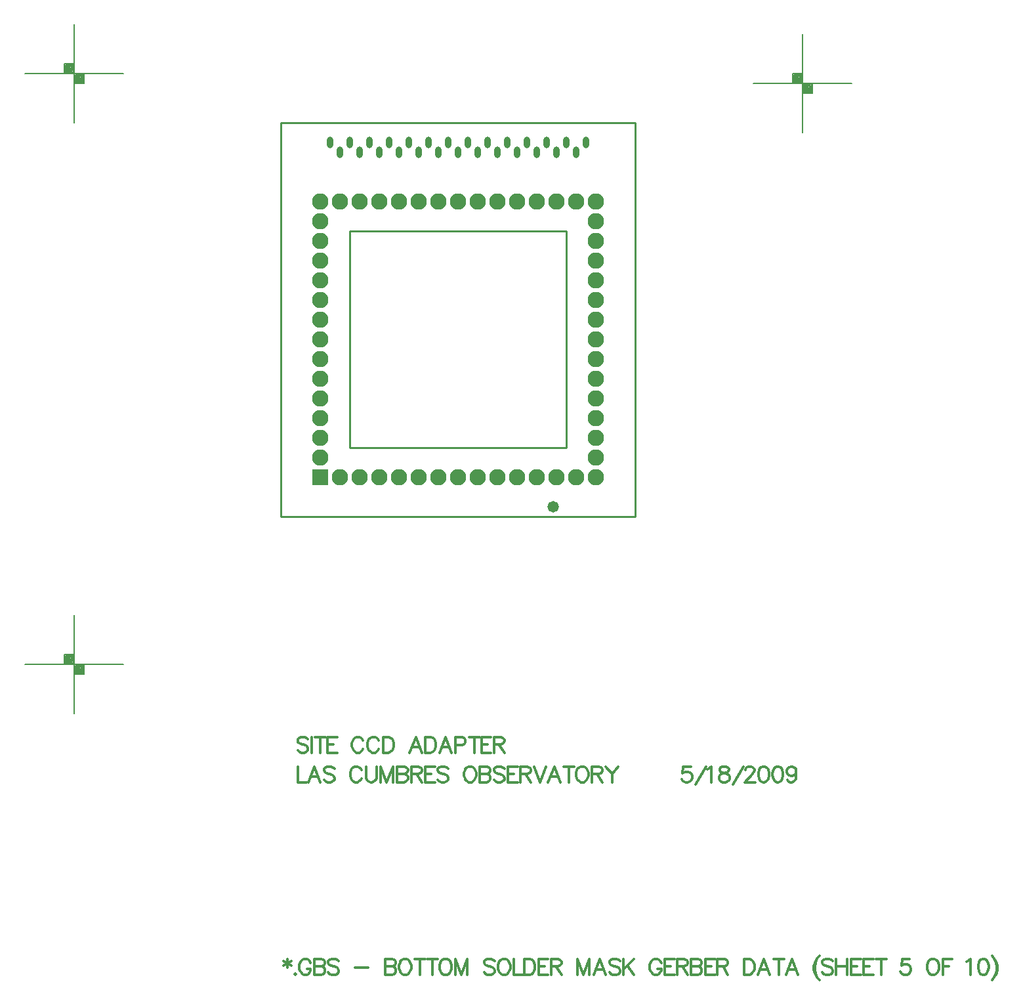
<source format=gbs>
%FSLAX23Y23*%
%MOIN*%
G70*
G01*
G75*
G04 Layer_Color=16711935*
%ADD10R,0.050X0.050*%
%ADD11R,0.050X0.050*%
%ADD12C,0.006*%
%ADD13C,0.012*%
%ADD14C,0.010*%
%ADD15C,0.008*%
%ADD16C,0.012*%
%ADD17C,0.012*%
%ADD18O,0.024X0.050*%
%ADD19C,0.075*%
%ADD20R,0.075X0.075*%
%ADD21C,0.050*%
%ADD22C,0.040*%
%ADD23C,0.054*%
G04:AMPARAMS|DCode=24|XSize=74mil|YSize=74mil|CornerRadius=0mil|HoleSize=0mil|Usage=FLASHONLY|Rotation=0.000|XOffset=0mil|YOffset=0mil|HoleType=Round|Shape=Relief|Width=10mil|Gap=10mil|Entries=4|*
%AMTHD24*
7,0,0,0.074,0.054,0.010,45*
%
%ADD24THD24*%
%ADD25C,0.086*%
G04:AMPARAMS|DCode=26|XSize=106mil|YSize=106mil|CornerRadius=0mil|HoleSize=0mil|Usage=FLASHONLY|Rotation=0.000|XOffset=0mil|YOffset=0mil|HoleType=Round|Shape=Relief|Width=10mil|Gap=10mil|Entries=4|*
%AMTHD26*
7,0,0,0.106,0.086,0.010,45*
%
%ADD26THD26*%
G04:AMPARAMS|DCode=27|XSize=85mil|YSize=85mil|CornerRadius=0mil|HoleSize=0mil|Usage=FLASHONLY|Rotation=0.000|XOffset=0mil|YOffset=0mil|HoleType=Round|Shape=Relief|Width=10mil|Gap=10mil|Entries=4|*
%AMTHD27*
7,0,0,0.085,0.065,0.010,45*
%
%ADD27THD27*%
%ADD28C,0.010*%
%ADD29C,0.015*%
%ADD30C,0.005*%
%ADD31R,0.058X0.058*%
%ADD32R,0.058X0.058*%
%ADD33O,0.032X0.058*%
%ADD34C,0.083*%
%ADD35R,0.083X0.083*%
%ADD36C,0.058*%
D13*
X13264Y9427D02*
Y9381D01*
X13245Y9415D02*
X13283Y9392D01*
Y9415D02*
X13245Y9392D01*
X13304Y9354D02*
X13300Y9350D01*
X13304Y9347D01*
X13307Y9350D01*
X13304Y9354D01*
X13382Y9407D02*
X13378Y9415D01*
X13371Y9423D01*
X13363Y9427D01*
X13348D01*
X13340Y9423D01*
X13333Y9415D01*
X13329Y9407D01*
X13325Y9396D01*
Y9377D01*
X13329Y9366D01*
X13333Y9358D01*
X13340Y9350D01*
X13348Y9347D01*
X13363D01*
X13371Y9350D01*
X13378Y9358D01*
X13382Y9366D01*
Y9377D01*
X13363D02*
X13382D01*
X13400Y9427D02*
Y9347D01*
Y9427D02*
X13435D01*
X13446Y9423D01*
X13450Y9419D01*
X13454Y9411D01*
Y9404D01*
X13450Y9396D01*
X13446Y9392D01*
X13435Y9388D01*
X13400D02*
X13435D01*
X13446Y9385D01*
X13450Y9381D01*
X13454Y9373D01*
Y9362D01*
X13450Y9354D01*
X13446Y9350D01*
X13435Y9347D01*
X13400D01*
X13525Y9415D02*
X13517Y9423D01*
X13506Y9427D01*
X13491D01*
X13479Y9423D01*
X13472Y9415D01*
Y9407D01*
X13475Y9400D01*
X13479Y9396D01*
X13487Y9392D01*
X13510Y9385D01*
X13517Y9381D01*
X13521Y9377D01*
X13525Y9369D01*
Y9358D01*
X13517Y9350D01*
X13506Y9347D01*
X13491D01*
X13479Y9350D01*
X13472Y9358D01*
X13606Y9381D02*
X13674D01*
X13761Y9427D02*
Y9347D01*
Y9427D02*
X13795D01*
X13806Y9423D01*
X13810Y9419D01*
X13814Y9411D01*
Y9404D01*
X13810Y9396D01*
X13806Y9392D01*
X13795Y9388D01*
X13761D02*
X13795D01*
X13806Y9385D01*
X13810Y9381D01*
X13814Y9373D01*
Y9362D01*
X13810Y9354D01*
X13806Y9350D01*
X13795Y9347D01*
X13761D01*
X13855Y9427D02*
X13847Y9423D01*
X13839Y9415D01*
X13836Y9407D01*
X13832Y9396D01*
Y9377D01*
X13836Y9366D01*
X13839Y9358D01*
X13847Y9350D01*
X13855Y9347D01*
X13870D01*
X13878Y9350D01*
X13885Y9358D01*
X13889Y9366D01*
X13893Y9377D01*
Y9396D01*
X13889Y9407D01*
X13885Y9415D01*
X13878Y9423D01*
X13870Y9427D01*
X13855D01*
X13938D02*
Y9347D01*
X13911Y9427D02*
X13965D01*
X14001D02*
Y9347D01*
X13974Y9427D02*
X14028D01*
X14060D02*
X14052Y9423D01*
X14045Y9415D01*
X14041Y9407D01*
X14037Y9396D01*
Y9377D01*
X14041Y9366D01*
X14045Y9358D01*
X14052Y9350D01*
X14060Y9347D01*
X14075D01*
X14083Y9350D01*
X14090Y9358D01*
X14094Y9366D01*
X14098Y9377D01*
Y9396D01*
X14094Y9407D01*
X14090Y9415D01*
X14083Y9423D01*
X14075Y9427D01*
X14060D01*
X14117D02*
Y9347D01*
Y9427D02*
X14147Y9347D01*
X14178Y9427D02*
X14147Y9347D01*
X14178Y9427D02*
Y9347D01*
X14317Y9415D02*
X14309Y9423D01*
X14298Y9427D01*
X14282D01*
X14271Y9423D01*
X14263Y9415D01*
Y9407D01*
X14267Y9400D01*
X14271Y9396D01*
X14279Y9392D01*
X14301Y9385D01*
X14309Y9381D01*
X14313Y9377D01*
X14317Y9369D01*
Y9358D01*
X14309Y9350D01*
X14298Y9347D01*
X14282D01*
X14271Y9350D01*
X14263Y9358D01*
X14357Y9427D02*
X14350Y9423D01*
X14342Y9415D01*
X14338Y9407D01*
X14335Y9396D01*
Y9377D01*
X14338Y9366D01*
X14342Y9358D01*
X14350Y9350D01*
X14357Y9347D01*
X14373D01*
X14380Y9350D01*
X14388Y9358D01*
X14392Y9366D01*
X14396Y9377D01*
Y9396D01*
X14392Y9407D01*
X14388Y9415D01*
X14380Y9423D01*
X14373Y9427D01*
X14357D01*
X14414D02*
Y9347D01*
X14460D01*
X14469Y9427D02*
Y9347D01*
Y9427D02*
X14495D01*
X14507Y9423D01*
X14514Y9415D01*
X14518Y9407D01*
X14522Y9396D01*
Y9377D01*
X14518Y9366D01*
X14514Y9358D01*
X14507Y9350D01*
X14495Y9347D01*
X14469D01*
X14589Y9427D02*
X14540D01*
Y9347D01*
X14589D01*
X14540Y9388D02*
X14570D01*
X14603Y9427D02*
Y9347D01*
Y9427D02*
X14637D01*
X14648Y9423D01*
X14652Y9419D01*
X14656Y9411D01*
Y9404D01*
X14652Y9396D01*
X14648Y9392D01*
X14637Y9388D01*
X14603D01*
X14629D02*
X14656Y9347D01*
X14737Y9427D02*
Y9347D01*
Y9427D02*
X14767Y9347D01*
X14798Y9427D02*
X14767Y9347D01*
X14798Y9427D02*
Y9347D01*
X14882D02*
X14851Y9427D01*
X14821Y9347D01*
X14832Y9373D02*
X14870D01*
X14954Y9415D02*
X14946Y9423D01*
X14934Y9427D01*
X14919D01*
X14908Y9423D01*
X14900Y9415D01*
Y9407D01*
X14904Y9400D01*
X14908Y9396D01*
X14915Y9392D01*
X14938Y9385D01*
X14946Y9381D01*
X14950Y9377D01*
X14954Y9369D01*
Y9358D01*
X14946Y9350D01*
X14934Y9347D01*
X14919D01*
X14908Y9350D01*
X14900Y9358D01*
X14971Y9427D02*
Y9347D01*
X15025Y9427D02*
X14971Y9373D01*
X14990Y9392D02*
X15025Y9347D01*
X15163Y9407D02*
X15159Y9415D01*
X15151Y9423D01*
X15144Y9427D01*
X15128D01*
X15121Y9423D01*
X15113Y9415D01*
X15109Y9407D01*
X15105Y9396D01*
Y9377D01*
X15109Y9366D01*
X15113Y9358D01*
X15121Y9350D01*
X15128Y9347D01*
X15144D01*
X15151Y9350D01*
X15159Y9358D01*
X15163Y9366D01*
Y9377D01*
X15144D02*
X15163D01*
X15230Y9427D02*
X15181D01*
Y9347D01*
X15230D01*
X15181Y9388D02*
X15211D01*
X15244Y9427D02*
Y9347D01*
Y9427D02*
X15278D01*
X15289Y9423D01*
X15293Y9419D01*
X15297Y9411D01*
Y9404D01*
X15293Y9396D01*
X15289Y9392D01*
X15278Y9388D01*
X15244D01*
X15270D02*
X15297Y9347D01*
X15315Y9427D02*
Y9347D01*
Y9427D02*
X15349D01*
X15361Y9423D01*
X15364Y9419D01*
X15368Y9411D01*
Y9404D01*
X15364Y9396D01*
X15361Y9392D01*
X15349Y9388D01*
X15315D02*
X15349D01*
X15361Y9385D01*
X15364Y9381D01*
X15368Y9373D01*
Y9362D01*
X15364Y9354D01*
X15361Y9350D01*
X15349Y9347D01*
X15315D01*
X15436Y9427D02*
X15386D01*
Y9347D01*
X15436D01*
X15386Y9388D02*
X15417D01*
X15449Y9427D02*
Y9347D01*
Y9427D02*
X15483D01*
X15495Y9423D01*
X15499Y9419D01*
X15502Y9411D01*
Y9404D01*
X15499Y9396D01*
X15495Y9392D01*
X15483Y9388D01*
X15449D01*
X15476D02*
X15502Y9347D01*
X15583Y9427D02*
Y9347D01*
Y9427D02*
X15610D01*
X15621Y9423D01*
X15629Y9415D01*
X15633Y9407D01*
X15636Y9396D01*
Y9377D01*
X15633Y9366D01*
X15629Y9358D01*
X15621Y9350D01*
X15610Y9347D01*
X15583D01*
X15715D02*
X15685Y9427D01*
X15654Y9347D01*
X15666Y9373D02*
X15704D01*
X15761Y9427D02*
Y9347D01*
X15734Y9427D02*
X15787D01*
X15858Y9347D02*
X15827Y9427D01*
X15797Y9347D01*
X15808Y9373D02*
X15846D01*
X15966Y9442D02*
X15958Y9434D01*
X15951Y9423D01*
X15943Y9407D01*
X15939Y9388D01*
Y9373D01*
X15943Y9354D01*
X15951Y9339D01*
X15958Y9328D01*
X15966Y9320D01*
X15958Y9434D02*
X15951Y9419D01*
X15947Y9407D01*
X15943Y9388D01*
Y9373D01*
X15947Y9354D01*
X15951Y9343D01*
X15958Y9328D01*
X16034Y9415D02*
X16027Y9423D01*
X16015Y9427D01*
X16000D01*
X15989Y9423D01*
X15981Y9415D01*
Y9407D01*
X15985Y9400D01*
X15989Y9396D01*
X15996Y9392D01*
X16019Y9385D01*
X16027Y9381D01*
X16031Y9377D01*
X16034Y9369D01*
Y9358D01*
X16027Y9350D01*
X16015Y9347D01*
X16000D01*
X15989Y9350D01*
X15981Y9358D01*
X16052Y9427D02*
Y9347D01*
X16106Y9427D02*
Y9347D01*
X16052Y9388D02*
X16106D01*
X16177Y9427D02*
X16128D01*
Y9347D01*
X16177D01*
X16128Y9388D02*
X16158D01*
X16240Y9427D02*
X16191D01*
Y9347D01*
X16240D01*
X16191Y9388D02*
X16221D01*
X16280Y9427D02*
Y9347D01*
X16253Y9427D02*
X16307D01*
X16425D02*
X16387D01*
X16383Y9392D01*
X16387Y9396D01*
X16398Y9400D01*
X16410D01*
X16421Y9396D01*
X16429Y9388D01*
X16432Y9377D01*
Y9369D01*
X16429Y9358D01*
X16421Y9350D01*
X16410Y9347D01*
X16398D01*
X16387Y9350D01*
X16383Y9354D01*
X16379Y9362D01*
X16536Y9427D02*
X16528Y9423D01*
X16521Y9415D01*
X16517Y9407D01*
X16513Y9396D01*
Y9377D01*
X16517Y9366D01*
X16521Y9358D01*
X16528Y9350D01*
X16536Y9347D01*
X16551D01*
X16559Y9350D01*
X16566Y9358D01*
X16570Y9366D01*
X16574Y9377D01*
Y9396D01*
X16570Y9407D01*
X16566Y9415D01*
X16559Y9423D01*
X16551Y9427D01*
X16536D01*
X16593D02*
Y9347D01*
Y9427D02*
X16642D01*
X16593Y9388D02*
X16623D01*
X16714Y9411D02*
X16722Y9415D01*
X16733Y9427D01*
Y9347D01*
X16796Y9427D02*
X16784Y9423D01*
X16777Y9411D01*
X16773Y9392D01*
Y9381D01*
X16777Y9362D01*
X16784Y9350D01*
X16796Y9347D01*
X16803D01*
X16815Y9350D01*
X16822Y9362D01*
X16826Y9381D01*
Y9392D01*
X16822Y9411D01*
X16815Y9423D01*
X16803Y9427D01*
X16796D01*
X16844Y9442D02*
X16852Y9434D01*
X16859Y9423D01*
X16867Y9407D01*
X16871Y9388D01*
Y9373D01*
X16867Y9354D01*
X16859Y9339D01*
X16852Y9328D01*
X16844Y9320D01*
X16852Y9434D02*
X16859Y9419D01*
X16863Y9407D01*
X16867Y9388D01*
Y9373D01*
X16863Y9354D01*
X16859Y9343D01*
X16852Y9328D01*
D14*
X13231Y11672D02*
X14832D01*
X15031D01*
Y13672D01*
X13231D02*
X15031D01*
X13231Y11672D02*
Y13672D01*
X13582Y12023D02*
X14682D01*
Y13123D01*
X13582D02*
X14682D01*
X13582Y12023D02*
Y13123D01*
D15*
X11932Y13922D02*
X12432D01*
X12182Y13672D02*
Y14172D01*
X12231Y13873D02*
Y13922D01*
X12182Y13873D02*
X12231D01*
X12132Y13922D02*
Y13972D01*
X12182D01*
X12137Y13927D02*
X12177D01*
X12137D02*
Y13967D01*
X12177D01*
Y13927D02*
Y13967D01*
X12142Y13932D02*
X12172D01*
X12142D02*
Y13962D01*
X12172D01*
Y13938D02*
Y13962D01*
X12146Y13938D02*
X12167D01*
X12146D02*
Y13958D01*
X12167D01*
Y13943D02*
Y13958D01*
X12151Y13943D02*
X12161D01*
X12151D02*
Y13953D01*
X12161D01*
Y13943D02*
Y13953D01*
X12151Y13948D02*
X12161D01*
X12186Y13877D02*
X12226D01*
X12186D02*
Y13917D01*
X12226D01*
Y13877D02*
Y13917D01*
X12191Y13882D02*
X12222D01*
X12191D02*
Y13913D01*
X12222D01*
Y13887D02*
Y13913D01*
X12196Y13887D02*
X12217D01*
X12196D02*
Y13908D01*
X12217D01*
Y13892D02*
Y13908D01*
X12201Y13892D02*
X12212D01*
X12201D02*
Y13903D01*
X12212D01*
Y13892D02*
Y13903D01*
X12201Y13898D02*
X12212D01*
X11932Y10922D02*
X12432D01*
X12182Y10672D02*
Y11172D01*
X12231Y10873D02*
Y10922D01*
X12182Y10873D02*
X12231D01*
X12132Y10922D02*
Y10972D01*
X12182D01*
X12137Y10927D02*
X12177D01*
X12137D02*
Y10967D01*
X12177D01*
Y10927D02*
Y10967D01*
X12142Y10932D02*
X12172D01*
X12142D02*
Y10962D01*
X12172D01*
Y10938D02*
Y10962D01*
X12146Y10938D02*
X12167D01*
X12146D02*
Y10958D01*
X12167D01*
Y10943D02*
Y10958D01*
X12151Y10943D02*
X12161D01*
X12151D02*
Y10953D01*
X12161D01*
Y10943D02*
Y10953D01*
X12151Y10948D02*
X12161D01*
X12186Y10877D02*
X12226D01*
X12186D02*
Y10917D01*
X12226D01*
Y10877D02*
Y10917D01*
X12191Y10882D02*
X12222D01*
X12191D02*
Y10913D01*
X12222D01*
Y10887D02*
Y10913D01*
X12196Y10887D02*
X12217D01*
X12196D02*
Y10908D01*
X12217D01*
Y10892D02*
Y10908D01*
X12201Y10892D02*
X12212D01*
X12201D02*
Y10903D01*
X12212D01*
Y10892D02*
Y10903D01*
X12201Y10898D02*
X12212D01*
X15632Y13873D02*
X16132D01*
X15882Y13623D02*
Y14123D01*
X15932Y13823D02*
Y13873D01*
X15882Y13823D02*
X15932D01*
X15832Y13873D02*
Y13922D01*
X15882D01*
X15837Y13877D02*
X15877D01*
X15837D02*
Y13917D01*
X15877D01*
Y13877D02*
Y13917D01*
X15842Y13882D02*
X15872D01*
X15842D02*
Y13913D01*
X15872D01*
Y13887D02*
Y13913D01*
X15847Y13887D02*
X15866D01*
X15847D02*
Y13908D01*
X15866D01*
Y13892D02*
Y13908D01*
X15851Y13892D02*
X15861D01*
X15851D02*
Y13903D01*
X15861D01*
Y13892D02*
Y13903D01*
X15851Y13898D02*
X15861D01*
X15887Y13828D02*
X15927D01*
X15887D02*
Y13868D01*
X15927D01*
Y13828D02*
Y13868D01*
X15892Y13833D02*
X15922D01*
X15892D02*
Y13863D01*
X15922D01*
Y13837D02*
Y13863D01*
X15896Y13837D02*
X15917D01*
X15896D02*
Y13858D01*
X15917D01*
Y13842D02*
Y13858D01*
X15901Y13842D02*
X15911D01*
X15901D02*
Y13852D01*
X15911D01*
Y13842D02*
Y13852D01*
X15901Y13847D02*
X15911D01*
D16*
X13316Y10404D02*
Y10324D01*
X13361D01*
X13431D02*
X13400Y10404D01*
X13370Y10324D01*
X13381Y10351D02*
X13420D01*
X13503Y10393D02*
X13495Y10400D01*
X13484Y10404D01*
X13469D01*
X13457Y10400D01*
X13450Y10393D01*
Y10385D01*
X13453Y10377D01*
X13457Y10374D01*
X13465Y10370D01*
X13488Y10362D01*
X13495Y10358D01*
X13499Y10355D01*
X13503Y10347D01*
Y10335D01*
X13495Y10328D01*
X13484Y10324D01*
X13469D01*
X13457Y10328D01*
X13450Y10335D01*
X13641Y10385D02*
X13637Y10393D01*
X13629Y10400D01*
X13622Y10404D01*
X13607D01*
X13599Y10400D01*
X13591Y10393D01*
X13587Y10385D01*
X13584Y10374D01*
Y10355D01*
X13587Y10343D01*
X13591Y10335D01*
X13599Y10328D01*
X13607Y10324D01*
X13622D01*
X13629Y10328D01*
X13637Y10335D01*
X13641Y10343D01*
X13663Y10404D02*
Y10347D01*
X13667Y10335D01*
X13675Y10328D01*
X13686Y10324D01*
X13694D01*
X13705Y10328D01*
X13713Y10335D01*
X13717Y10347D01*
Y10404D01*
X13739D02*
Y10324D01*
Y10404D02*
X13769Y10324D01*
X13800Y10404D02*
X13769Y10324D01*
X13800Y10404D02*
Y10324D01*
X13822Y10404D02*
Y10324D01*
Y10404D02*
X13857D01*
X13868Y10400D01*
X13872Y10396D01*
X13876Y10389D01*
Y10381D01*
X13872Y10374D01*
X13868Y10370D01*
X13857Y10366D01*
X13822D02*
X13857D01*
X13868Y10362D01*
X13872Y10358D01*
X13876Y10351D01*
Y10339D01*
X13872Y10332D01*
X13868Y10328D01*
X13857Y10324D01*
X13822D01*
X13894Y10404D02*
Y10324D01*
Y10404D02*
X13928D01*
X13939Y10400D01*
X13943Y10396D01*
X13947Y10389D01*
Y10381D01*
X13943Y10374D01*
X13939Y10370D01*
X13928Y10366D01*
X13894D01*
X13920D02*
X13947Y10324D01*
X14014Y10404D02*
X13965D01*
Y10324D01*
X14014D01*
X13965Y10366D02*
X13995D01*
X14081Y10393D02*
X14073Y10400D01*
X14062Y10404D01*
X14047D01*
X14035Y10400D01*
X14028Y10393D01*
Y10385D01*
X14032Y10377D01*
X14035Y10374D01*
X14043Y10370D01*
X14066Y10362D01*
X14073Y10358D01*
X14077Y10355D01*
X14081Y10347D01*
Y10335D01*
X14073Y10328D01*
X14062Y10324D01*
X14047D01*
X14035Y10328D01*
X14028Y10335D01*
X14185Y10404D02*
X14177Y10400D01*
X14169Y10393D01*
X14166Y10385D01*
X14162Y10374D01*
Y10355D01*
X14166Y10343D01*
X14169Y10335D01*
X14177Y10328D01*
X14185Y10324D01*
X14200D01*
X14208Y10328D01*
X14215Y10335D01*
X14219Y10343D01*
X14223Y10355D01*
Y10374D01*
X14219Y10385D01*
X14215Y10393D01*
X14208Y10400D01*
X14200Y10404D01*
X14185D01*
X14241D02*
Y10324D01*
Y10404D02*
X14276D01*
X14287Y10400D01*
X14291Y10396D01*
X14295Y10389D01*
Y10381D01*
X14291Y10374D01*
X14287Y10370D01*
X14276Y10366D01*
X14241D02*
X14276D01*
X14287Y10362D01*
X14291Y10358D01*
X14295Y10351D01*
Y10339D01*
X14291Y10332D01*
X14287Y10328D01*
X14276Y10324D01*
X14241D01*
X14366Y10393D02*
X14358Y10400D01*
X14347Y10404D01*
X14332D01*
X14320Y10400D01*
X14313Y10393D01*
Y10385D01*
X14316Y10377D01*
X14320Y10374D01*
X14328Y10370D01*
X14351Y10362D01*
X14358Y10358D01*
X14362Y10355D01*
X14366Y10347D01*
Y10335D01*
X14358Y10328D01*
X14347Y10324D01*
X14332D01*
X14320Y10328D01*
X14313Y10335D01*
X14433Y10404D02*
X14384D01*
Y10324D01*
X14433D01*
X14384Y10366D02*
X14414D01*
X14447Y10404D02*
Y10324D01*
Y10404D02*
X14481D01*
X14492Y10400D01*
X14496Y10396D01*
X14500Y10389D01*
Y10381D01*
X14496Y10374D01*
X14492Y10370D01*
X14481Y10366D01*
X14447D01*
X14473D02*
X14500Y10324D01*
X14518Y10404D02*
X14548Y10324D01*
X14579Y10404D02*
X14548Y10324D01*
X14650D02*
X14620Y10404D01*
X14589Y10324D01*
X14601Y10351D02*
X14639D01*
X14695Y10404D02*
Y10324D01*
X14669Y10404D02*
X14722D01*
X14754D02*
X14747Y10400D01*
X14739Y10393D01*
X14735Y10385D01*
X14732Y10374D01*
Y10355D01*
X14735Y10343D01*
X14739Y10335D01*
X14747Y10328D01*
X14754Y10324D01*
X14770D01*
X14777Y10328D01*
X14785Y10335D01*
X14789Y10343D01*
X14793Y10355D01*
Y10374D01*
X14789Y10385D01*
X14785Y10393D01*
X14777Y10400D01*
X14770Y10404D01*
X14754D01*
X14811D02*
Y10324D01*
Y10404D02*
X14845D01*
X14857Y10400D01*
X14861Y10396D01*
X14865Y10389D01*
Y10381D01*
X14861Y10374D01*
X14857Y10370D01*
X14845Y10366D01*
X14811D01*
X14838D02*
X14865Y10324D01*
X14882Y10404D02*
X14913Y10366D01*
Y10324D01*
X14943Y10404D02*
X14913Y10366D01*
X15314Y10404D02*
X15275D01*
X15272Y10370D01*
X15275Y10374D01*
X15287Y10377D01*
X15298D01*
X15310Y10374D01*
X15317Y10366D01*
X15321Y10355D01*
Y10347D01*
X15317Y10335D01*
X15310Y10328D01*
X15298Y10324D01*
X15287D01*
X15275Y10328D01*
X15272Y10332D01*
X15268Y10339D01*
X15339Y10313D02*
X15392Y10404D01*
X15398Y10389D02*
X15405Y10393D01*
X15417Y10404D01*
Y10324D01*
X15475Y10404D02*
X15464Y10400D01*
X15460Y10393D01*
Y10385D01*
X15464Y10377D01*
X15472Y10374D01*
X15487Y10370D01*
X15498Y10366D01*
X15506Y10358D01*
X15510Y10351D01*
Y10339D01*
X15506Y10332D01*
X15502Y10328D01*
X15491Y10324D01*
X15475D01*
X15464Y10328D01*
X15460Y10332D01*
X15456Y10339D01*
Y10351D01*
X15460Y10358D01*
X15468Y10366D01*
X15479Y10370D01*
X15494Y10374D01*
X15502Y10377D01*
X15506Y10385D01*
Y10393D01*
X15502Y10400D01*
X15491Y10404D01*
X15475D01*
X15528Y10313D02*
X15581Y10404D01*
X15590Y10385D02*
Y10389D01*
X15594Y10396D01*
X15598Y10400D01*
X15605Y10404D01*
X15621D01*
X15628Y10400D01*
X15632Y10396D01*
X15636Y10389D01*
Y10381D01*
X15632Y10374D01*
X15624Y10362D01*
X15586Y10324D01*
X15640D01*
X15680Y10404D02*
X15669Y10400D01*
X15661Y10389D01*
X15658Y10370D01*
Y10358D01*
X15661Y10339D01*
X15669Y10328D01*
X15680Y10324D01*
X15688D01*
X15699Y10328D01*
X15707Y10339D01*
X15711Y10358D01*
Y10370D01*
X15707Y10389D01*
X15699Y10400D01*
X15688Y10404D01*
X15680D01*
X15752D02*
X15740Y10400D01*
X15733Y10389D01*
X15729Y10370D01*
Y10358D01*
X15733Y10339D01*
X15740Y10328D01*
X15752Y10324D01*
X15759D01*
X15771Y10328D01*
X15778Y10339D01*
X15782Y10358D01*
Y10370D01*
X15778Y10389D01*
X15771Y10400D01*
X15759Y10404D01*
X15752D01*
X15849Y10377D02*
X15846Y10366D01*
X15838Y10358D01*
X15827Y10355D01*
X15823D01*
X15811Y10358D01*
X15804Y10366D01*
X15800Y10377D01*
Y10381D01*
X15804Y10393D01*
X15811Y10400D01*
X15823Y10404D01*
X15827D01*
X15838Y10400D01*
X15846Y10393D01*
X15849Y10377D01*
Y10358D01*
X15846Y10339D01*
X15838Y10328D01*
X15827Y10324D01*
X15819D01*
X15808Y10328D01*
X15804Y10335D01*
D17*
X13369Y10543D02*
X13361Y10550D01*
X13350Y10554D01*
X13335D01*
X13323Y10550D01*
X13316Y10543D01*
Y10535D01*
X13319Y10527D01*
X13323Y10524D01*
X13331Y10520D01*
X13354Y10512D01*
X13361Y10508D01*
X13365Y10505D01*
X13369Y10497D01*
Y10486D01*
X13361Y10478D01*
X13350Y10474D01*
X13335D01*
X13323Y10478D01*
X13316Y10486D01*
X13387Y10554D02*
Y10474D01*
X13430Y10554D02*
Y10474D01*
X13404Y10554D02*
X13457D01*
X13516D02*
X13466D01*
Y10474D01*
X13516D01*
X13466Y10516D02*
X13497D01*
X13649Y10535D02*
X13645Y10543D01*
X13638Y10550D01*
X13630Y10554D01*
X13615D01*
X13607Y10550D01*
X13600Y10543D01*
X13596Y10535D01*
X13592Y10524D01*
Y10505D01*
X13596Y10493D01*
X13600Y10486D01*
X13607Y10478D01*
X13615Y10474D01*
X13630D01*
X13638Y10478D01*
X13645Y10486D01*
X13649Y10493D01*
X13729Y10535D02*
X13725Y10543D01*
X13717Y10550D01*
X13710Y10554D01*
X13694D01*
X13687Y10550D01*
X13679Y10543D01*
X13675Y10535D01*
X13672Y10524D01*
Y10505D01*
X13675Y10493D01*
X13679Y10486D01*
X13687Y10478D01*
X13694Y10474D01*
X13710D01*
X13717Y10478D01*
X13725Y10486D01*
X13729Y10493D01*
X13751Y10554D02*
Y10474D01*
Y10554D02*
X13778D01*
X13789Y10550D01*
X13797Y10543D01*
X13801Y10535D01*
X13805Y10524D01*
Y10505D01*
X13801Y10493D01*
X13797Y10486D01*
X13789Y10478D01*
X13778Y10474D01*
X13751D01*
X13946D02*
X13916Y10554D01*
X13885Y10474D01*
X13897Y10501D02*
X13935D01*
X13965Y10554D02*
Y10474D01*
Y10554D02*
X13992D01*
X14003Y10550D01*
X14011Y10543D01*
X14014Y10535D01*
X14018Y10524D01*
Y10505D01*
X14014Y10493D01*
X14011Y10486D01*
X14003Y10478D01*
X13992Y10474D01*
X13965D01*
X14097D02*
X14067Y10554D01*
X14036Y10474D01*
X14048Y10501D02*
X14086D01*
X14116Y10512D02*
X14150D01*
X14161Y10516D01*
X14165Y10520D01*
X14169Y10527D01*
Y10539D01*
X14165Y10546D01*
X14161Y10550D01*
X14150Y10554D01*
X14116D01*
Y10474D01*
X14214Y10554D02*
Y10474D01*
X14187Y10554D02*
X14240D01*
X14299D02*
X14250D01*
Y10474D01*
X14299D01*
X14250Y10516D02*
X14280D01*
X14313Y10554D02*
Y10474D01*
Y10554D02*
X14347D01*
X14358Y10550D01*
X14362Y10546D01*
X14366Y10539D01*
Y10531D01*
X14362Y10524D01*
X14358Y10520D01*
X14347Y10516D01*
X14313D01*
X14339D02*
X14366Y10474D01*
D33*
X13481Y13573D02*
D03*
X13531Y13523D02*
D03*
X13582Y13573D02*
D03*
X13632Y13523D02*
D03*
X13682Y13573D02*
D03*
X13731Y13523D02*
D03*
X13781Y13573D02*
D03*
X13832Y13523D02*
D03*
X13882Y13573D02*
D03*
X13932Y13523D02*
D03*
X13981Y13573D02*
D03*
X14031Y13523D02*
D03*
X14082Y13573D02*
D03*
X14132Y13523D02*
D03*
X14182Y13573D02*
D03*
X14231Y13523D02*
D03*
X14281Y13573D02*
D03*
X14332Y13523D02*
D03*
X14382Y13573D02*
D03*
X14432Y13523D02*
D03*
X14481Y13573D02*
D03*
X14531Y13523D02*
D03*
X14582Y13573D02*
D03*
X14632Y13523D02*
D03*
X14682Y13573D02*
D03*
X14731Y13523D02*
D03*
X14781Y13573D02*
D03*
D34*
X13432Y11972D02*
D03*
Y12073D02*
D03*
Y12172D02*
D03*
Y12273D02*
D03*
Y12373D02*
D03*
Y12472D02*
D03*
Y12573D02*
D03*
Y12672D02*
D03*
Y12773D02*
D03*
Y12873D02*
D03*
Y12972D02*
D03*
Y13073D02*
D03*
Y13172D02*
D03*
Y13273D02*
D03*
X13531D02*
D03*
X13632D02*
D03*
X13731D02*
D03*
X13832D02*
D03*
X13932D02*
D03*
X14031D02*
D03*
X14132D02*
D03*
X14231D02*
D03*
X14332D02*
D03*
X14432D02*
D03*
X14531D02*
D03*
X14632D02*
D03*
X14731D02*
D03*
X14832D02*
D03*
Y13172D02*
D03*
Y13073D02*
D03*
Y12972D02*
D03*
Y12873D02*
D03*
Y12773D02*
D03*
Y12672D02*
D03*
Y12573D02*
D03*
Y12472D02*
D03*
Y12373D02*
D03*
Y12273D02*
D03*
Y12172D02*
D03*
Y12073D02*
D03*
Y11972D02*
D03*
Y11873D02*
D03*
X14731D02*
D03*
X14632D02*
D03*
X14531D02*
D03*
X14432D02*
D03*
X14332D02*
D03*
X14231D02*
D03*
X14132D02*
D03*
X14031D02*
D03*
X13932D02*
D03*
X13832D02*
D03*
X13731D02*
D03*
X13632D02*
D03*
X13531D02*
D03*
D35*
X13432D02*
D03*
D36*
X14613Y11722D02*
D03*
M02*

</source>
